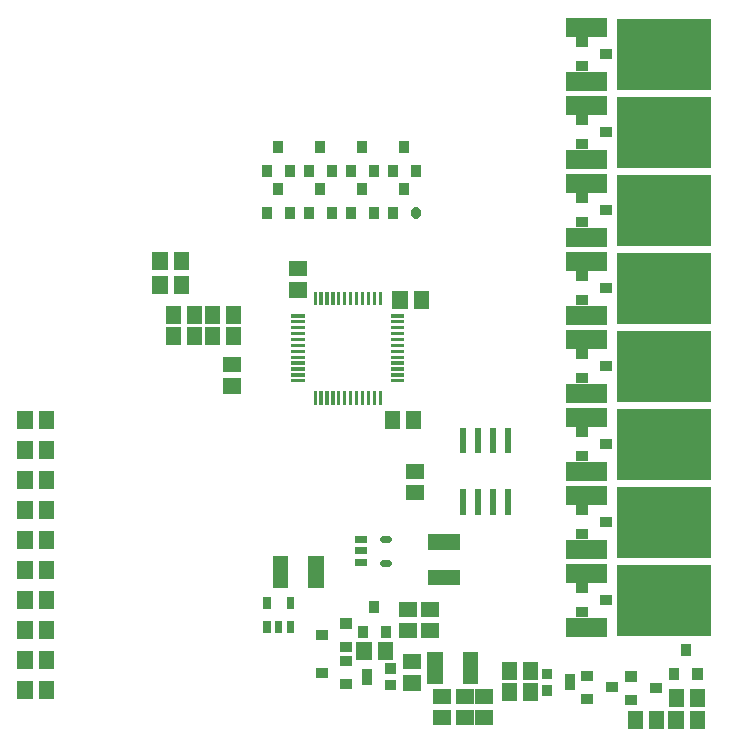
<source format=gbr>
G04 start of page 9 for group -4015 idx -4015 *
G04 Title: (unknown), toppaste *
G04 Creator: pcb 4.1.3 *
G04 CreationDate: Fri Aug 16 20:44:32 2019 UTC *
G04 For: leha *
G04 Format: Gerber/RS-274X *
G04 PCB-Dimensions (mil): 3149.61 3937.01 *
G04 PCB-Coordinate-Origin: lower left *
%MOIN*%
%FSLAX25Y25*%
%LNTOPPASTE*%
%ADD107C,0.0240*%
%ADD106C,0.0340*%
%ADD105C,0.0001*%
G54D105*G36*
X170500Y84701D02*X168500D01*
Y76201D01*
X170500D01*
Y84701D01*
G37*
G36*
X175500D02*X173500D01*
Y76201D01*
X175500D01*
Y84701D01*
G37*
G36*
X180500D02*X178500D01*
Y76201D01*
X180500D01*
Y84701D01*
G37*
G36*
X185500D02*X183500D01*
Y76201D01*
X185500D01*
Y84701D01*
G37*
G36*
Y105201D02*X183500D01*
Y96701D01*
X185500D01*
Y105201D01*
G37*
G36*
X180500D02*X178500D01*
Y96701D01*
X180500D01*
Y105201D01*
G37*
G36*
X175500D02*X173500D01*
Y96701D01*
X175500D01*
Y105201D01*
G37*
G36*
X170500D02*X168500D01*
Y96701D01*
X170500D01*
Y105201D01*
G37*
G36*
X158102Y150653D02*X152984D01*
Y144749D01*
X158102D01*
Y150653D01*
G37*
G36*
X151016D02*X145898D01*
Y144749D01*
X151016D01*
Y150653D01*
G37*
G36*
X111548Y160846D02*Y155728D01*
X117452D01*
Y160846D01*
X111548D01*
G37*
G36*
Y153760D02*Y148642D01*
X117452D01*
Y153760D01*
X111548D01*
G37*
G36*
X229516Y10653D02*X224398D01*
Y4749D01*
X229516D01*
Y10653D01*
G37*
G36*
X236602D02*X231484D01*
Y4749D01*
X236602D01*
Y10653D01*
G37*
G36*
X243016D02*X237898D01*
Y4749D01*
X243016D01*
Y10653D01*
G37*
G36*
X250102D02*X244984D01*
Y4749D01*
X250102D01*
Y10653D01*
G37*
G36*
X33102Y30653D02*X27984D01*
Y24749D01*
X33102D01*
Y30653D01*
G37*
G36*
X26016D02*X20898D01*
Y24749D01*
X26016D01*
Y30653D01*
G37*
G36*
X33102Y20653D02*X27984D01*
Y14749D01*
X33102D01*
Y20653D01*
G37*
G36*
X26016D02*X20898D01*
Y14749D01*
X26016D01*
Y20653D01*
G37*
G36*
X33102Y60653D02*X27984D01*
Y54749D01*
X33102D01*
Y60653D01*
G37*
G36*
X26016D02*X20898D01*
Y54749D01*
X26016D01*
Y60653D01*
G37*
G36*
X33102Y50653D02*X27984D01*
Y44749D01*
X33102D01*
Y50653D01*
G37*
G36*
X26016D02*X20898D01*
Y44749D01*
X26016D01*
Y50653D01*
G37*
G36*
X33102Y80653D02*X27984D01*
Y74749D01*
X33102D01*
Y80653D01*
G37*
G36*
X26016D02*X20898D01*
Y74749D01*
X26016D01*
Y80653D01*
G37*
G36*
X33102Y70653D02*X27984D01*
Y64749D01*
X33102D01*
Y70653D01*
G37*
G36*
X26016D02*X20898D01*
Y64749D01*
X26016D01*
Y70653D01*
G37*
G36*
X33102Y40653D02*X27984D01*
Y34749D01*
X33102D01*
Y40653D01*
G37*
G36*
X26016D02*X20898D01*
Y34749D01*
X26016D01*
Y40653D01*
G37*
G36*
X33102Y90653D02*X27984D01*
Y84749D01*
X33102D01*
Y90653D01*
G37*
G36*
X26016D02*X20898D01*
Y84749D01*
X26016D01*
Y90653D01*
G37*
G36*
X33102Y100653D02*X27984D01*
Y94749D01*
X33102D01*
Y100653D01*
G37*
G36*
X26016D02*X20898D01*
Y94749D01*
X26016D01*
Y100653D01*
G37*
G36*
X195628Y24972D02*Y21429D01*
X199172D01*
Y24972D01*
X195628D01*
G37*
G36*
Y19461D02*Y15917D01*
X199172D01*
Y19461D01*
X195628D01*
G37*
G36*
X206652Y23004D02*X203502D01*
Y17886D01*
X206652D01*
Y23004D01*
G37*
G36*
X223500Y24001D02*Y20601D01*
X227500D01*
Y24001D01*
X223500D01*
G37*
G36*
Y16201D02*Y12801D01*
X227500D01*
Y16201D01*
X223500D01*
G37*
G36*
X231700Y20101D02*Y16701D01*
X235700D01*
Y20101D01*
X231700D01*
G37*
G36*
X33102Y110653D02*X27984D01*
Y104749D01*
X33102D01*
Y110653D01*
G37*
G36*
X26016D02*X20898D01*
Y104749D01*
X26016D01*
Y110653D01*
G37*
G36*
X89548Y128846D02*Y123728D01*
X95452D01*
Y128846D01*
X89548D01*
G37*
G36*
Y121760D02*Y116642D01*
X95452D01*
Y121760D01*
X89548D01*
G37*
G36*
X155602Y110653D02*X150484D01*
Y104749D01*
X155602D01*
Y110653D01*
G37*
G36*
X148516D02*X143398D01*
Y104749D01*
X148516D01*
Y110653D01*
G37*
G36*
X105700Y178701D02*X102300D01*
Y174701D01*
X105700D01*
Y178701D01*
G37*
G36*
X113500D02*X110100D01*
Y174701D01*
X113500D01*
Y178701D01*
G37*
G36*
X109600Y186901D02*X106200D01*
Y182901D01*
X109600D01*
Y186901D01*
G37*
G36*
X119700Y178701D02*X116300D01*
Y174701D01*
X119700D01*
Y178701D01*
G37*
G36*
X127500D02*X124100D01*
Y174701D01*
X127500D01*
Y178701D01*
G37*
G36*
X123600Y186901D02*X120200D01*
Y182901D01*
X123600D01*
Y186901D01*
G37*
G36*
X133700Y178701D02*X130300D01*
Y174701D01*
X133700D01*
Y178701D01*
G37*
G36*
X141500D02*X138100D01*
Y174701D01*
X141500D01*
Y178701D01*
G37*
G36*
X137600Y186901D02*X134200D01*
Y182901D01*
X137600D01*
Y186901D01*
G37*
G36*
X147700Y178701D02*X144300D01*
Y174701D01*
X147700D01*
Y178701D01*
G37*
G54D106*X153800Y177001D02*Y176401D01*
G54D105*G36*
X151600Y186901D02*X148200D01*
Y182901D01*
X151600D01*
Y186901D01*
G37*
G36*
X147700Y192701D02*X144300D01*
Y188701D01*
X147700D01*
Y192701D01*
G37*
G36*
X155500D02*X152100D01*
Y188701D01*
X155500D01*
Y192701D01*
G37*
G36*
X151600Y200901D02*X148200D01*
Y196901D01*
X151600D01*
Y200901D01*
G37*
G36*
X133700Y192701D02*X130300D01*
Y188701D01*
X133700D01*
Y192701D01*
G37*
G36*
X141500D02*X138100D01*
Y188701D01*
X141500D01*
Y192701D01*
G37*
G36*
X137600Y200901D02*X134200D01*
Y196901D01*
X137600D01*
Y200901D01*
G37*
G36*
X119700Y192701D02*X116300D01*
Y188701D01*
X119700D01*
Y192701D01*
G37*
G36*
X127500D02*X124100D01*
Y188701D01*
X127500D01*
Y192701D01*
G37*
G36*
X123600Y200901D02*X120200D01*
Y196901D01*
X123600D01*
Y200901D01*
G37*
G36*
X105700Y192701D02*X102300D01*
Y188701D01*
X105700D01*
Y192701D01*
G37*
G36*
X113500D02*X110100D01*
Y188701D01*
X113500D01*
Y192701D01*
G37*
G36*
X109600Y200901D02*X106200D01*
Y196901D01*
X109600D01*
Y200901D01*
G37*
G36*
X112221Y143078D02*Y141976D01*
X116721D01*
Y143078D01*
X112221D01*
G37*
G36*
Y141110D02*Y140008D01*
X116721D01*
Y141110D01*
X112221D01*
G37*
G36*
Y139141D02*Y138039D01*
X116721D01*
Y139141D01*
X112221D01*
G37*
G36*
Y137173D02*Y136071D01*
X116721D01*
Y137173D01*
X112221D01*
G37*
G36*
Y135204D02*Y134102D01*
X116721D01*
Y135204D01*
X112221D01*
G37*
G36*
Y133236D02*Y132134D01*
X116721D01*
Y133236D01*
X112221D01*
G37*
G36*
Y131267D02*Y130165D01*
X116721D01*
Y131267D01*
X112221D01*
G37*
G36*
Y129299D02*Y128197D01*
X116721D01*
Y129299D01*
X112221D01*
G37*
G36*
Y127330D02*Y126228D01*
X116721D01*
Y127330D01*
X112221D01*
G37*
G36*
Y125362D02*Y124260D01*
X116721D01*
Y125362D01*
X112221D01*
G37*
G36*
Y123393D02*Y122291D01*
X116721D01*
Y123393D01*
X112221D01*
G37*
G36*
Y121425D02*Y120323D01*
X116721D01*
Y121425D01*
X112221D01*
G37*
G36*
X120725Y117422D02*X119623D01*
Y112922D01*
X120725D01*
Y117422D01*
G37*
G36*
X122693D02*X121591D01*
Y112922D01*
X122693D01*
Y117422D01*
G37*
G36*
X124662D02*X123560D01*
Y112922D01*
X124662D01*
Y117422D01*
G37*
G36*
X126630D02*X125528D01*
Y112922D01*
X126630D01*
Y117422D01*
G37*
G36*
X128599D02*X127497D01*
Y112922D01*
X128599D01*
Y117422D01*
G37*
G36*
X130567D02*X129465D01*
Y112922D01*
X130567D01*
Y117422D01*
G37*
G36*
X132536D02*X131434D01*
Y112922D01*
X132536D01*
Y117422D01*
G37*
G36*
X134504D02*X133402D01*
Y112922D01*
X134504D01*
Y117422D01*
G37*
G36*
X136473D02*X135371D01*
Y112922D01*
X136473D01*
Y117422D01*
G37*
G36*
X138441D02*X137339D01*
Y112922D01*
X138441D01*
Y117422D01*
G37*
G36*
X140410D02*X139308D01*
Y112922D01*
X140410D01*
Y117422D01*
G37*
G36*
X142378D02*X141276D01*
Y112922D01*
X142378D01*
Y117422D01*
G37*
G36*
X145279Y121426D02*Y120324D01*
X149779D01*
Y121426D01*
X145279D01*
G37*
G36*
Y123394D02*Y122292D01*
X149779D01*
Y123394D01*
X145279D01*
G37*
G36*
Y125363D02*Y124261D01*
X149779D01*
Y125363D01*
X145279D01*
G37*
G36*
Y127331D02*Y126229D01*
X149779D01*
Y127331D01*
X145279D01*
G37*
G36*
Y129300D02*Y128198D01*
X149779D01*
Y129300D01*
X145279D01*
G37*
G36*
Y131268D02*Y130166D01*
X149779D01*
Y131268D01*
X145279D01*
G37*
G36*
Y133237D02*Y132135D01*
X149779D01*
Y133237D01*
X145279D01*
G37*
G36*
Y135205D02*Y134103D01*
X149779D01*
Y135205D01*
X145279D01*
G37*
G36*
Y137174D02*Y136072D01*
X149779D01*
Y137174D01*
X145279D01*
G37*
G36*
Y139142D02*Y138040D01*
X149779D01*
Y139142D01*
X145279D01*
G37*
G36*
Y141111D02*Y140009D01*
X149779D01*
Y141111D01*
X145279D01*
G37*
G36*
Y143079D02*Y141977D01*
X149779D01*
Y143079D01*
X145279D01*
G37*
G36*
X142377Y150480D02*X141275D01*
Y145980D01*
X142377D01*
Y150480D01*
G37*
G36*
X140409D02*X139307D01*
Y145980D01*
X140409D01*
Y150480D01*
G37*
G36*
X138440D02*X137338D01*
Y145980D01*
X138440D01*
Y150480D01*
G37*
G36*
X136472D02*X135370D01*
Y145980D01*
X136472D01*
Y150480D01*
G37*
G36*
X134503D02*X133401D01*
Y145980D01*
X134503D01*
Y150480D01*
G37*
G36*
X132535D02*X131433D01*
Y145980D01*
X132535D01*
Y150480D01*
G37*
G36*
X130566D02*X129464D01*
Y145980D01*
X130566D01*
Y150480D01*
G37*
G36*
X128598D02*X127496D01*
Y145980D01*
X128598D01*
Y150480D01*
G37*
G36*
X126629D02*X125527D01*
Y145980D01*
X126629D01*
Y150480D01*
G37*
G36*
X124661D02*X123559D01*
Y145980D01*
X124661D01*
Y150480D01*
G37*
G36*
X122692D02*X121590D01*
Y145980D01*
X122692D01*
Y150480D01*
G37*
G36*
X120724D02*X119622D01*
Y145980D01*
X120724D01*
Y150480D01*
G37*
G36*
X71016Y155653D02*X65898D01*
Y149749D01*
X71016D01*
Y155653D01*
G37*
G36*
X78102D02*X72984D01*
Y149749D01*
X78102D01*
Y155653D01*
G37*
G36*
X71016Y163653D02*X65898D01*
Y157749D01*
X71016D01*
Y163653D01*
G37*
G36*
X78102D02*X72984D01*
Y157749D01*
X78102D01*
Y163653D01*
G37*
G36*
X88516Y138653D02*X83398D01*
Y132749D01*
X88516D01*
Y138653D01*
G37*
G36*
X95602D02*X90484D01*
Y132749D01*
X95602D01*
Y138653D01*
G37*
G36*
X82602D02*X77484D01*
Y132749D01*
X82602D01*
Y138653D01*
G37*
G36*
X75516D02*X70398D01*
Y132749D01*
X75516D01*
Y138653D01*
G37*
G36*
X82602Y145653D02*X77484D01*
Y139749D01*
X82602D01*
Y145653D01*
G37*
G36*
X75516D02*X70398D01*
Y139749D01*
X75516D01*
Y145653D01*
G37*
G36*
X88516D02*X83398D01*
Y139749D01*
X88516D01*
Y145653D01*
G37*
G36*
X95602D02*X90484D01*
Y139749D01*
X95602D01*
Y145653D01*
G37*
G36*
X187473Y20153D02*X182355D01*
Y14249D01*
X187473D01*
Y20153D01*
G37*
G36*
X194559D02*X189441D01*
Y14249D01*
X194559D01*
Y20153D01*
G37*
G36*
Y27153D02*X189441D01*
Y21249D01*
X194559D01*
Y27153D01*
G37*
G36*
X187473D02*X182355D01*
Y21249D01*
X187473D01*
Y27153D01*
G37*
G36*
X243059Y18153D02*X237941D01*
Y12249D01*
X243059D01*
Y18153D01*
G37*
G36*
X250145D02*X245027D01*
Y12249D01*
X250145D01*
Y18153D01*
G37*
G36*
X122964Y62515D02*X117846D01*
Y51887D01*
X122964D01*
Y62515D01*
G37*
G36*
X111154D02*X106036D01*
Y51887D01*
X111154D01*
Y62515D01*
G37*
G36*
X241500Y25101D02*X238100D01*
Y21101D01*
X241500D01*
Y25101D01*
G37*
G36*
X249300D02*X245900D01*
Y21101D01*
X249300D01*
Y25101D01*
G37*
G36*
X245400Y33301D02*X242000D01*
Y29301D01*
X245400D01*
Y33301D01*
G37*
G36*
X208800Y24301D02*Y20901D01*
X212800D01*
Y24301D01*
X208800D01*
G37*
G36*
Y16501D02*Y13101D01*
X212800D01*
Y16501D01*
X208800D01*
G37*
G36*
X217000Y20401D02*Y17001D01*
X221000D01*
Y20401D01*
X217000D01*
G37*
G36*
X113100Y48901D02*X110700D01*
Y44901D01*
X113100D01*
Y48901D01*
G37*
G36*
X105300D02*X102900D01*
Y44901D01*
X105300D01*
Y48901D01*
G37*
G36*
Y40701D02*X102900D01*
Y36701D01*
X105300D01*
Y40701D01*
G37*
G36*
X109200D02*X106800D01*
Y36701D01*
X109200D01*
Y40701D01*
G37*
G36*
X113100D02*X110700D01*
Y36701D01*
X113100D01*
Y40701D01*
G37*
G36*
X159548Y11174D02*Y6056D01*
X165452D01*
Y11174D01*
X159548D01*
G37*
G36*
Y18260D02*Y13142D01*
X165452D01*
Y18260D01*
X159548D01*
G37*
G36*
X173548D02*Y13142D01*
X179452D01*
Y18260D01*
X173548D01*
G37*
G36*
Y11174D02*Y6056D01*
X179452D01*
Y11174D01*
X173548D01*
G37*
G36*
X167048Y18260D02*Y13142D01*
X172952D01*
Y18260D01*
X167048D01*
G37*
G36*
Y11174D02*Y6056D01*
X172952D01*
Y11174D01*
X167048D01*
G37*
G36*
X174464Y30372D02*X169346D01*
Y19744D01*
X174464D01*
Y30372D01*
G37*
G36*
X162654D02*X157536D01*
Y19744D01*
X162654D01*
Y30372D01*
G37*
G54D107*X142900Y60301D02*X144500D01*
X142900Y68101D02*X144500D01*
G54D105*G36*
X133500Y69301D02*Y66901D01*
X137500D01*
Y69301D01*
X133500D01*
G37*
G36*
Y65401D02*Y63001D01*
X137500D01*
Y65401D01*
X133500D01*
G37*
G36*
Y61501D02*Y59101D01*
X137500D01*
Y61501D01*
X133500D01*
G37*
G36*
X149548Y29803D02*Y24685D01*
X155452D01*
Y29803D01*
X149548D01*
G37*
G36*
Y22717D02*Y17599D01*
X155452D01*
Y22717D01*
X149548D01*
G37*
G36*
X143406Y21217D02*Y17673D01*
X146949D01*
Y21217D01*
X143406D01*
G37*
G36*
Y26728D02*Y23185D01*
X146949D01*
Y26728D01*
X143406D01*
G37*
G36*
X139075Y24760D02*X135925D01*
Y19642D01*
X139075D01*
Y24760D01*
G37*
G36*
X128500Y21401D02*Y18001D01*
X132500D01*
Y21401D01*
X128500D01*
G37*
G36*
Y29201D02*Y25801D01*
X132500D01*
Y29201D01*
X128500D01*
G37*
G36*
X120300Y25301D02*Y21901D01*
X124300D01*
Y25301D01*
X120300D01*
G37*
G36*
X128500Y33901D02*Y30501D01*
X132500D01*
Y33901D01*
X128500D01*
G37*
G36*
Y41701D02*Y38301D01*
X132500D01*
Y41701D01*
X128500D01*
G37*
G36*
X120300Y37801D02*Y34401D01*
X124300D01*
Y37801D01*
X120300D01*
G37*
G36*
X139016Y33653D02*X133898D01*
Y27749D01*
X139016D01*
Y33653D01*
G37*
G36*
X146102D02*X140984D01*
Y27749D01*
X146102D01*
Y33653D01*
G37*
G36*
X137700Y39201D02*X134300D01*
Y35201D01*
X137700D01*
Y39201D01*
G37*
G36*
X145500D02*X142100D01*
Y35201D01*
X145500D01*
Y39201D01*
G37*
G36*
X141600Y47401D02*X138200D01*
Y43401D01*
X141600D01*
Y47401D01*
G37*
G36*
X157686Y57855D02*Y52737D01*
X168314D01*
Y57855D01*
X157686D01*
G37*
G36*
Y69665D02*Y64547D01*
X168314D01*
Y69665D01*
X157686D01*
G37*
G36*
X148048Y40217D02*Y35099D01*
X153952D01*
Y40217D01*
X148048D01*
G37*
G36*
Y47303D02*Y42185D01*
X153952D01*
Y47303D01*
X148048D01*
G37*
G36*
X150548Y93303D02*Y88185D01*
X156452D01*
Y93303D01*
X150548D01*
G37*
G36*
Y86217D02*Y81099D01*
X156452D01*
Y86217D01*
X150548D01*
G37*
G36*
X155548Y40217D02*Y35099D01*
X161452D01*
Y40217D01*
X155548D01*
G37*
G36*
Y47303D02*Y42185D01*
X161452D01*
Y47303D01*
X155548D01*
G37*
G36*
X207000Y53401D02*Y50001D01*
X211000D01*
Y53401D01*
X207000D01*
G37*
G36*
Y45601D02*Y42201D01*
X211000D01*
Y45601D01*
X207000D01*
G37*
G36*
X215200Y49501D02*Y46101D01*
X219200D01*
Y49501D01*
X215200D01*
G37*
G36*
X220752Y59512D02*Y35890D01*
X252248D01*
Y59512D01*
X220752D01*
G37*
G36*
X203822Y41795D02*Y35496D01*
X217602D01*
Y41795D01*
X203822D01*
G37*
G36*
Y59905D02*Y53606D01*
X217602D01*
Y59905D01*
X203822D01*
G37*
G36*
X220752Y85512D02*Y61890D01*
X252248D01*
Y85512D01*
X220752D01*
G37*
G36*
X203822Y67795D02*Y61496D01*
X217602D01*
Y67795D01*
X203822D01*
G37*
G36*
Y85905D02*Y79606D01*
X217602D01*
Y85905D01*
X203822D01*
G37*
G36*
X207000Y79401D02*Y76001D01*
X211000D01*
Y79401D01*
X207000D01*
G37*
G36*
Y71601D02*Y68201D01*
X211000D01*
Y71601D01*
X207000D01*
G37*
G36*
X215200Y75501D02*Y72101D01*
X219200D01*
Y75501D01*
X215200D01*
G37*
G36*
X220752Y111512D02*Y87890D01*
X252248D01*
Y111512D01*
X220752D01*
G37*
G36*
X203822Y93795D02*Y87496D01*
X217602D01*
Y93795D01*
X203822D01*
G37*
G36*
Y111905D02*Y105606D01*
X217602D01*
Y111905D01*
X203822D01*
G37*
G36*
X207000Y105401D02*Y102001D01*
X211000D01*
Y105401D01*
X207000D01*
G37*
G36*
Y97601D02*Y94201D01*
X211000D01*
Y97601D01*
X207000D01*
G37*
G36*
X215200Y101501D02*Y98101D01*
X219200D01*
Y101501D01*
X215200D01*
G37*
G36*
X220752Y137512D02*Y113890D01*
X252248D01*
Y137512D01*
X220752D01*
G37*
G36*
X203822Y119795D02*Y113496D01*
X217602D01*
Y119795D01*
X203822D01*
G37*
G36*
Y137905D02*Y131606D01*
X217602D01*
Y137905D01*
X203822D01*
G37*
G36*
X207000Y131401D02*Y128001D01*
X211000D01*
Y131401D01*
X207000D01*
G37*
G36*
Y123601D02*Y120201D01*
X211000D01*
Y123601D01*
X207000D01*
G37*
G36*
X215200Y127501D02*Y124101D01*
X219200D01*
Y127501D01*
X215200D01*
G37*
G36*
X220752Y163512D02*Y139890D01*
X252248D01*
Y163512D01*
X220752D01*
G37*
G36*
X203822Y145795D02*Y139496D01*
X217602D01*
Y145795D01*
X203822D01*
G37*
G36*
Y163905D02*Y157606D01*
X217602D01*
Y163905D01*
X203822D01*
G37*
G36*
X207000Y157401D02*Y154001D01*
X211000D01*
Y157401D01*
X207000D01*
G37*
G36*
Y149601D02*Y146201D01*
X211000D01*
Y149601D01*
X207000D01*
G37*
G36*
X215200Y153501D02*Y150101D01*
X219200D01*
Y153501D01*
X215200D01*
G37*
G36*
X220752Y189512D02*Y165890D01*
X252248D01*
Y189512D01*
X220752D01*
G37*
G36*
X203822Y171795D02*Y165496D01*
X217602D01*
Y171795D01*
X203822D01*
G37*
G36*
Y189905D02*Y183606D01*
X217602D01*
Y189905D01*
X203822D01*
G37*
G36*
X207000Y183401D02*Y180001D01*
X211000D01*
Y183401D01*
X207000D01*
G37*
G36*
Y175601D02*Y172201D01*
X211000D01*
Y175601D01*
X207000D01*
G37*
G36*
X215200Y179501D02*Y176101D01*
X219200D01*
Y179501D01*
X215200D01*
G37*
G36*
X220752Y215512D02*Y191890D01*
X252248D01*
Y215512D01*
X220752D01*
G37*
G36*
X203822Y197795D02*Y191496D01*
X217602D01*
Y197795D01*
X203822D01*
G37*
G36*
Y215905D02*Y209606D01*
X217602D01*
Y215905D01*
X203822D01*
G37*
G36*
X207000Y209401D02*Y206001D01*
X211000D01*
Y209401D01*
X207000D01*
G37*
G36*
Y201601D02*Y198201D01*
X211000D01*
Y201601D01*
X207000D01*
G37*
G36*
X215200Y205501D02*Y202101D01*
X219200D01*
Y205501D01*
X215200D01*
G37*
G36*
X220752Y241512D02*Y217890D01*
X252248D01*
Y241512D01*
X220752D01*
G37*
G36*
X203822Y223795D02*Y217496D01*
X217602D01*
Y223795D01*
X203822D01*
G37*
G36*
Y241905D02*Y235606D01*
X217602D01*
Y241905D01*
X203822D01*
G37*
G36*
X207000Y235401D02*Y232001D01*
X211000D01*
Y235401D01*
X207000D01*
G37*
G36*
Y227601D02*Y224201D01*
X211000D01*
Y227601D01*
X207000D01*
G37*
G36*
X215200Y231501D02*Y228101D01*
X219200D01*
Y231501D01*
X215200D01*
G37*
M02*

</source>
